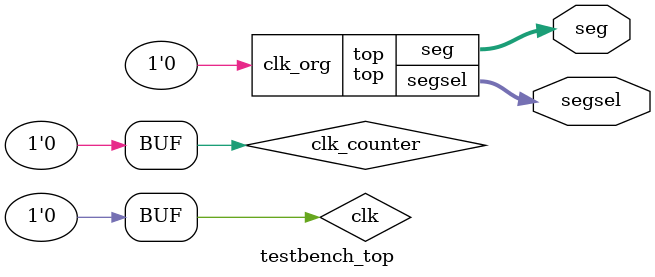
<source format=v>
`define CLK_BIT 0

`timescale 1ns / 1ps
// timescale [単位時間] / [丸め精度] 

module top(clk_org, seg, segsel);
	input clk_org;
	//
	output [7:0] seg;
	output [3:0] segsel;
	//
	reg [5:0] ireg_r0, ireg_r1;
	wire [5:0] ireg_rw;
	wire [31:0] ireg_d0, ireg_d1, ireg_dw;
	wire ireg_we;
	reg [15:0] pc = 0;
	reg [3:0] current_state = 0;
	reg reset;
	wire clk;
	
	wire [15:0] mem_addr;
	wire [31:0] mem_data;
	wire [31:0] mem_wdata;
	reg mem_we;
	Memory mem(clk_org, mem_addr, mem_data, mem_wdata, mem_we);
	assign mem_addr = genMemAddr(current_state);

	reg[31:0] instr0 = 0;
		wire [5:0] instr0_operand0;
		wire [5:0] instr0_operand1;
		wire [5:0] instr0_operand2;
		wire [5:0] instr0_operand3;
		wire [7:0] instr0_op;
		wire [31:0] instr0_imm16_ext;
		wire [31:0] instr0_imm24_ext;
		//
		assign instr0_operand0 	= instr0[23:18];
		assign instr0_operand1 	= instr0[17:12];
		assign instr0_operand2 	= instr0[11: 6];
		assign instr0_operand3 	= instr0[ 5: 0];
		assign instr0_op       	= instr0[31:24];
		assign instr0_imm16_ext	= {{16{instr0[15]}},instr0[15: 0]}; 
		assign instr0_imm24_ext	= {{ 8{instr0[23]}},instr0[23: 0]}; 
	reg[31:0] instr1;
	
	//
	LED7Seg led7seg(clk_org, seg, segsel, {instr0_op, pc[7:0]});
	IntegerRegister ireg(clk_org, ireg_r0, ireg_r1, ireg_rw, ireg_d0, ireg_d1, ireg_dw, ireg_we);

	initial begin
		reset = 1;
		#20;
		reset = 0;
	end

	reg [`CLK_BIT:0] clk_counter = 0;
	assign clk = clk_counter[`CLK_BIT];

	always @(posedge clk_org) begin
		clk_counter = clk_counter + 1;
	end
	
	assign ireg_we = genIRegWE(current_state);
	function genIRegWE(input [3:0] currentState);
		case (currentState)
			4'd1: begin
				case (instr0_op)
					8'h02:	genIRegWE = 1;	// LIMM16
					default:	genIRegWE = 0;
				endcase
			end
			default: begin
				genIRegWE = 0;
			end
		endcase
	endfunction
	
	assign ireg_rw = genIRegRW(current_state);
	function [5:0] genIRegRW (input [3:0] currentState);
		case (currentState)
			4'd1: begin
				case (instr0_op)
					8'h02:	genIRegRW = instr0_operand0;	// LIMM16
					default:	genIRegRW = 0;
				endcase
			end
			default: begin
				genIRegRW = 0;
			end
		endcase
	endfunction
		
	assign ireg_dw = genIRegDW(current_state);
	function [31:0] genIRegDW (input [3:0] currentState);
		case (currentState)
			4'd1: begin
				case (instr0_op)
					8'h02:	genIRegDW = instr0_imm16_ext;	// LIMM16
					default:	genIRegDW = 0;
				endcase
			end
			default: begin
				genIRegDW = 0;
			end
		endcase
	endfunction

	function [3:0] genNextState (input [3:0] currentState);
		case (currentState)
			4'd0: begin
				// fetch
				pc = pc + 1;
				instr0 = mem_data;
				genNextState = 1;
			end
			4'd1: begin
				// decode
				genNextState = 0;
			end
		endcase
	endfunction

	function [15:0] genMemAddr (input [3:0] currentState);
		case (currentState)
			4'd0: begin
				genMemAddr = pc;
			end
		endcase
	endfunction

	always @(posedge clk) begin
		if(reset == 1) begin
			pc = 0;
			current_state = 0;
		end
		if(reset == 0) begin
			current_state = genNextState(current_state);
		end
	end
endmodule

module testbench_top(seg, segsel);
	output [7:0] seg;
	output [3:0] segsel;
	//
	reg clk, reset;
	reg [15:0] pc = 0;
	//
	top top(clk, seg, segsel);

	initial begin
		//$dumpfile("top.vcd");
		//$dumpvars(0, testbench_top);
	end

	always begin
		// gen 50MHz clock
		clk <= 1; #20;
		clk <= 0; #20;
	end

	reg [`CLK_BIT:0] clk_counter = 0;
	always @(posedge clk_counter[`CLK_BIT]) begin
		pc = pc + 1;
	end

	always @(posedge clk) begin
		if(pc == 100) begin
			//$display ("Simulation end");
			//$finish;
		end
		//clk_counter = clk_counter + 1;
	end

endmodule



</source>
